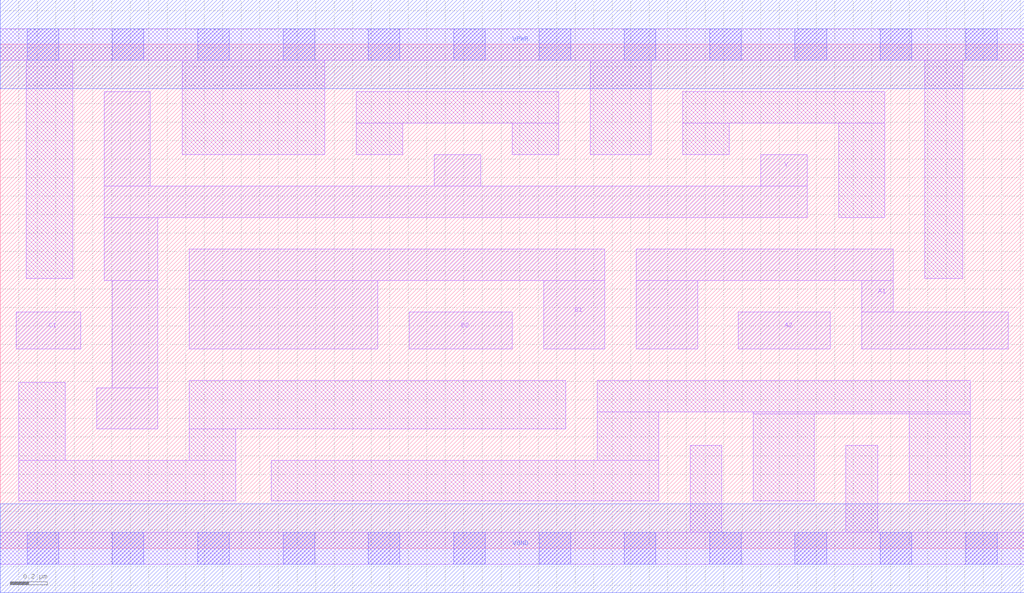
<source format=lef>
# Copyright 2020 The SkyWater PDK Authors
#
# Licensed under the Apache License, Version 2.0 (the "License");
# you may not use this file except in compliance with the License.
# You may obtain a copy of the License at
#
#     https://www.apache.org/licenses/LICENSE-2.0
#
# Unless required by applicable law or agreed to in writing, software
# distributed under the License is distributed on an "AS IS" BASIS,
# WITHOUT WARRANTIES OR CONDITIONS OF ANY KIND, either express or implied.
# See the License for the specific language governing permissions and
# limitations under the License.
#
# SPDX-License-Identifier: Apache-2.0

VERSION 5.7 ;
  NAMESCASESENSITIVE ON ;
  NOWIREEXTENSIONATPIN ON ;
  DIVIDERCHAR "/" ;
  BUSBITCHARS "[]" ;
UNITS
  DATABASE MICRONS 200 ;
END UNITS
MACRO sky130_fd_sc_hd__o221ai_2
  CLASS CORE ;
  SOURCE USER ;
  FOREIGN sky130_fd_sc_hd__o221ai_2 ;
  ORIGIN  0.000000  0.000000 ;
  SIZE  5.520000 BY  2.720000 ;
  SYMMETRY X Y R90 ;
  SITE unithd ;
  PIN A1
    ANTENNAGATEAREA  0.495000 ;
    DIRECTION INPUT ;
    USE SIGNAL ;
    PORT
      LAYER li1 ;
        RECT 3.430000 1.075000 3.760000 1.445000 ;
        RECT 3.430000 1.445000 4.815000 1.615000 ;
        RECT 4.645000 1.075000 5.435000 1.275000 ;
        RECT 4.645000 1.275000 4.815000 1.445000 ;
    END
  END A1
  PIN A2
    ANTENNAGATEAREA  0.495000 ;
    DIRECTION INPUT ;
    USE SIGNAL ;
    PORT
      LAYER li1 ;
        RECT 3.980000 1.075000 4.475000 1.275000 ;
    END
  END A2
  PIN B1
    ANTENNAGATEAREA  0.495000 ;
    DIRECTION INPUT ;
    USE SIGNAL ;
    PORT
      LAYER li1 ;
        RECT 1.020000 1.075000 2.035000 1.445000 ;
        RECT 1.020000 1.445000 3.260000 1.615000 ;
        RECT 2.930000 1.075000 3.260000 1.445000 ;
    END
  END B1
  PIN B2
    ANTENNAGATEAREA  0.495000 ;
    DIRECTION INPUT ;
    USE SIGNAL ;
    PORT
      LAYER li1 ;
        RECT 2.205000 1.075000 2.760000 1.275000 ;
    END
  END B2
  PIN C1
    ANTENNAGATEAREA  0.495000 ;
    DIRECTION INPUT ;
    USE SIGNAL ;
    PORT
      LAYER li1 ;
        RECT 0.085000 1.075000 0.435000 1.275000 ;
    END
  END C1
  PIN Y
    ANTENNADIFFAREA  0.985500 ;
    DIRECTION OUTPUT ;
    USE SIGNAL ;
    PORT
      LAYER li1 ;
        RECT 0.520000 0.645000 0.850000 0.865000 ;
        RECT 0.560000 1.445000 0.850000 1.785000 ;
        RECT 0.560000 1.785000 4.350000 1.955000 ;
        RECT 0.560000 1.955000 0.810000 2.465000 ;
        RECT 0.605000 0.865000 0.850000 1.445000 ;
        RECT 2.340000 1.955000 2.590000 2.125000 ;
        RECT 4.100000 1.955000 4.350000 2.125000 ;
    END
  END Y
  PIN VGND
    DIRECTION INOUT ;
    SHAPE ABUTMENT ;
    USE GROUND ;
    PORT
      LAYER met1 ;
        RECT 0.000000 -0.240000 5.520000 0.240000 ;
    END
  END VGND
  PIN VPWR
    DIRECTION INOUT ;
    SHAPE ABUTMENT ;
    USE POWER ;
    PORT
      LAYER met1 ;
        RECT 0.000000 2.480000 5.520000 2.960000 ;
    END
  END VPWR
  OBS
    LAYER li1 ;
      RECT 0.000000 -0.085000 5.520000 0.085000 ;
      RECT 0.000000  2.635000 5.520000 2.805000 ;
      RECT 0.100000  0.255000 1.270000 0.475000 ;
      RECT 0.100000  0.475000 0.350000 0.895000 ;
      RECT 0.140000  1.455000 0.390000 2.635000 ;
      RECT 0.980000  2.125000 1.750000 2.635000 ;
      RECT 1.020000  0.475000 1.270000 0.645000 ;
      RECT 1.020000  0.645000 3.050000 0.905000 ;
      RECT 1.460000  0.255000 3.550000 0.475000 ;
      RECT 1.920000  2.125000 2.170000 2.295000 ;
      RECT 1.920000  2.295000 3.010000 2.465000 ;
      RECT 2.760000  2.125000 3.010000 2.295000 ;
      RECT 3.180000  2.125000 3.510000 2.635000 ;
      RECT 3.220000  0.475000 3.550000 0.735000 ;
      RECT 3.220000  0.735000 5.230000 0.905000 ;
      RECT 3.680000  2.125000 3.930000 2.295000 ;
      RECT 3.680000  2.295000 4.770000 2.465000 ;
      RECT 3.720000  0.085000 3.890000 0.555000 ;
      RECT 4.060000  0.255000 4.390000 0.725000 ;
      RECT 4.060000  0.725000 5.230000 0.735000 ;
      RECT 4.520000  1.785000 4.770000 2.295000 ;
      RECT 4.560000  0.085000 4.730000 0.555000 ;
      RECT 4.900000  0.255000 5.230000 0.725000 ;
      RECT 4.985000  1.455000 5.190000 2.635000 ;
    LAYER mcon ;
      RECT 0.145000 -0.085000 0.315000 0.085000 ;
      RECT 0.145000  2.635000 0.315000 2.805000 ;
      RECT 0.605000 -0.085000 0.775000 0.085000 ;
      RECT 0.605000  2.635000 0.775000 2.805000 ;
      RECT 1.065000 -0.085000 1.235000 0.085000 ;
      RECT 1.065000  2.635000 1.235000 2.805000 ;
      RECT 1.525000 -0.085000 1.695000 0.085000 ;
      RECT 1.525000  2.635000 1.695000 2.805000 ;
      RECT 1.985000 -0.085000 2.155000 0.085000 ;
      RECT 1.985000  2.635000 2.155000 2.805000 ;
      RECT 2.445000 -0.085000 2.615000 0.085000 ;
      RECT 2.445000  2.635000 2.615000 2.805000 ;
      RECT 2.905000 -0.085000 3.075000 0.085000 ;
      RECT 2.905000  2.635000 3.075000 2.805000 ;
      RECT 3.365000 -0.085000 3.535000 0.085000 ;
      RECT 3.365000  2.635000 3.535000 2.805000 ;
      RECT 3.825000 -0.085000 3.995000 0.085000 ;
      RECT 3.825000  2.635000 3.995000 2.805000 ;
      RECT 4.285000 -0.085000 4.455000 0.085000 ;
      RECT 4.285000  2.635000 4.455000 2.805000 ;
      RECT 4.745000 -0.085000 4.915000 0.085000 ;
      RECT 4.745000  2.635000 4.915000 2.805000 ;
      RECT 5.205000 -0.085000 5.375000 0.085000 ;
      RECT 5.205000  2.635000 5.375000 2.805000 ;
  END
END sky130_fd_sc_hd__o221ai_2

</source>
